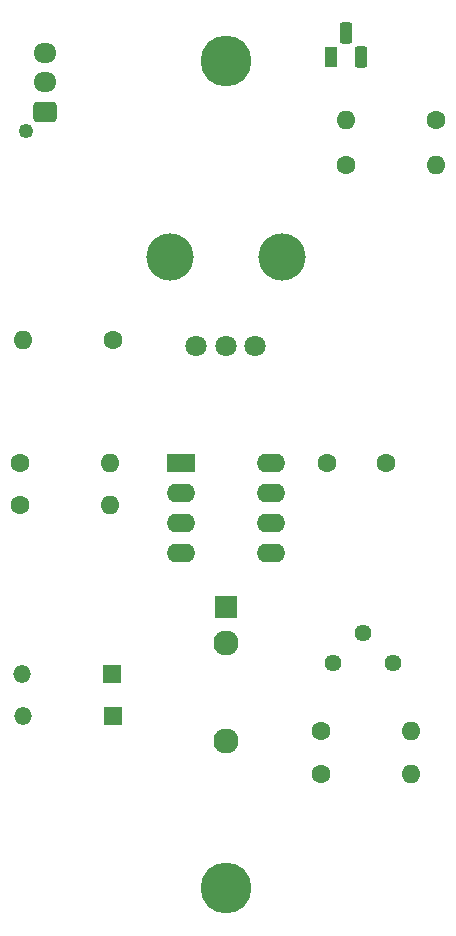
<source format=gbr>
%TF.GenerationSoftware,KiCad,Pcbnew,6.0.7*%
%TF.CreationDate,2023-06-08T16:58:43+12:00*%
%TF.ProjectId,_rotary_,5f726f74-6172-4795-9f2e-6b696361645f,v0_1_2*%
%TF.SameCoordinates,Original*%
%TF.FileFunction,Soldermask,Bot*%
%TF.FilePolarity,Negative*%
%FSLAX46Y46*%
G04 Gerber Fmt 4.6, Leading zero omitted, Abs format (unit mm)*
G04 Created by KiCad (PCBNEW 6.0.7) date 2023-06-08 16:58:43*
%MOMM*%
%LPD*%
G01*
G04 APERTURE LIST*
G04 Aperture macros list*
%AMRoundRect*
0 Rectangle with rounded corners*
0 $1 Rounding radius*
0 $2 $3 $4 $5 $6 $7 $8 $9 X,Y pos of 4 corners*
0 Add a 4 corners polygon primitive as box body*
4,1,4,$2,$3,$4,$5,$6,$7,$8,$9,$2,$3,0*
0 Add four circle primitives for the rounded corners*
1,1,$1+$1,$2,$3*
1,1,$1+$1,$4,$5*
1,1,$1+$1,$6,$7*
1,1,$1+$1,$8,$9*
0 Add four rect primitives between the rounded corners*
20,1,$1+$1,$2,$3,$4,$5,0*
20,1,$1+$1,$4,$5,$6,$7,0*
20,1,$1+$1,$6,$7,$8,$9,0*
20,1,$1+$1,$8,$9,$2,$3,0*%
G04 Aperture macros list end*
%ADD10R,1.930000X1.830000*%
%ADD11C,2.130000*%
%ADD12C,1.600000*%
%ADD13C,4.300000*%
%ADD14O,1.600000X1.600000*%
%ADD15R,2.400000X1.600000*%
%ADD16O,2.400000X1.600000*%
%ADD17R,1.100000X1.800000*%
%ADD18RoundRect,0.275000X-0.275000X-0.625000X0.275000X-0.625000X0.275000X0.625000X-0.275000X0.625000X0*%
%ADD19C,1.440000*%
%ADD20C,4.000000*%
%ADD21C,1.800000*%
%ADD22R,1.500000X1.500000*%
%ADD23O,1.500000X1.500000*%
%ADD24C,1.250000*%
%ADD25RoundRect,0.250000X0.725000X-0.600000X0.725000X0.600000X-0.725000X0.600000X-0.725000X-0.600000X0*%
%ADD26O,1.950000X1.700000*%
G04 APERTURE END LIST*
D10*
%TO.C,J1*%
X100000000Y-111200000D03*
D11*
X100000000Y-122600000D03*
X100000000Y-114300000D03*
%TD*%
D12*
%TO.C,C1*%
X113600000Y-99000000D03*
X108600000Y-99000000D03*
%TD*%
D13*
%TO.C,REF\u002A\u002A*%
X100000000Y-135050000D03*
%TD*%
D12*
%TO.C,R3*%
X108050000Y-121750000D03*
D14*
X115670000Y-121750000D03*
%TD*%
D15*
%TO.C,U1*%
X96175000Y-99025000D03*
D16*
X96175000Y-101565000D03*
X96175000Y-104105000D03*
X96175000Y-106645000D03*
X103795000Y-106645000D03*
X103795000Y-104105000D03*
X103795000Y-101565000D03*
X103795000Y-99025000D03*
%TD*%
D13*
%TO.C,REF\u002A\u002A*%
X100050000Y-65000000D03*
%TD*%
D12*
%TO.C,R1*%
X82600000Y-99000000D03*
D14*
X90220000Y-99000000D03*
%TD*%
D17*
%TO.C,U2*%
X108900000Y-64700000D03*
D18*
X110170000Y-62630000D03*
X111440000Y-64700000D03*
%TD*%
D12*
%TO.C,R5*%
X90410000Y-88600000D03*
D14*
X82790000Y-88600000D03*
%TD*%
D19*
%TO.C,RV2*%
X114150000Y-115975000D03*
X111610000Y-113435000D03*
X109070000Y-115975000D03*
%TD*%
D12*
%TO.C,R6*%
X117810000Y-70000000D03*
D14*
X110190000Y-70000000D03*
%TD*%
D20*
%TO.C,RV1*%
X95250000Y-81625000D03*
X104750000Y-81625000D03*
D21*
X102500000Y-89125000D03*
X100000000Y-89125000D03*
X97500000Y-89125000D03*
%TD*%
D12*
%TO.C,R4*%
X108050000Y-125350000D03*
D14*
X115670000Y-125350000D03*
%TD*%
D22*
%TO.C,D2*%
X90415000Y-120500000D03*
D23*
X82795000Y-120500000D03*
%TD*%
D22*
%TO.C,D1*%
X90400000Y-116900000D03*
D23*
X82780000Y-116900000D03*
%TD*%
D12*
%TO.C,R2*%
X82600000Y-102600000D03*
D14*
X90220000Y-102600000D03*
%TD*%
D12*
%TO.C,R7*%
X110190000Y-73800000D03*
D14*
X117810000Y-73800000D03*
%TD*%
D24*
%TO.C,J2*%
X83100000Y-70900000D03*
D25*
X84700000Y-69300000D03*
D26*
X84700000Y-66800000D03*
X84700000Y-64300000D03*
%TD*%
M02*

</source>
